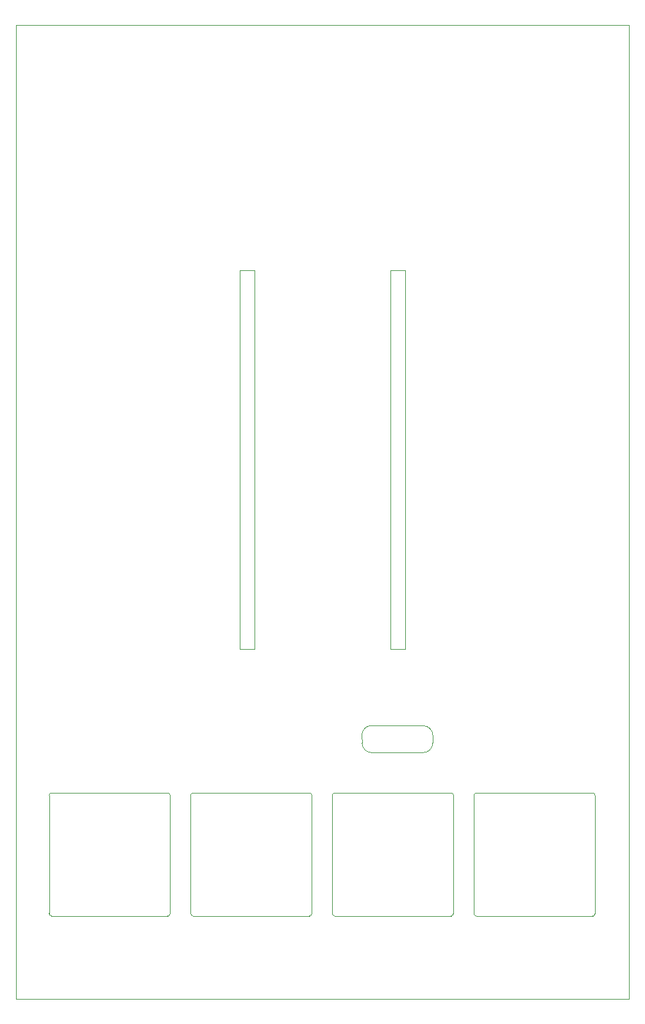
<source format=gbr>
%TF.GenerationSoftware,KiCad,Pcbnew,7.0.7*%
%TF.CreationDate,2023-08-21T16:31:17+01:00*%
%TF.ProjectId,Quango_Panel_3,5175616e-676f-45f5-9061-6e656c5f332e,rev?*%
%TF.SameCoordinates,Original*%
%TF.FileFunction,Profile,NP*%
%FSLAX46Y46*%
G04 Gerber Fmt 4.6, Leading zero omitted, Abs format (unit mm)*
G04 Created by KiCad (PCBNEW 7.0.7) date 2023-08-21 16:31:17*
%MOMM*%
%LPD*%
G01*
G04 APERTURE LIST*
%TA.AperFunction,Profile*%
%ADD10C,0.100000*%
%TD*%
%TA.AperFunction,Profile*%
%ADD11C,0.120000*%
%TD*%
G04 APERTURE END LIST*
D10*
X50000000Y-30000000D02*
X131000000Y-30000000D01*
X131000000Y-158500000D01*
X50000000Y-158500000D01*
X50000000Y-30000000D01*
D11*
%TO.C,REF\u002A\u002A*%
X54400000Y-131600000D02*
X54400000Y-147200000D01*
X70100000Y-131300000D02*
X54700000Y-131300000D01*
X70100000Y-147500000D02*
X54700000Y-147500000D01*
X70400000Y-131600000D02*
X70400000Y-147200000D01*
X54700000Y-131300000D02*
G75*
G03*
X54400000Y-131600000I0J-300000D01*
G01*
X54400000Y-147200000D02*
G75*
G03*
X54700000Y-147500000I300000J0D01*
G01*
X70400000Y-131600000D02*
G75*
G03*
X70100000Y-131300000I-300000J0D01*
G01*
X70100000Y-147500000D02*
G75*
G03*
X70400000Y-147200000I0J300000D01*
G01*
X91800000Y-131600000D02*
X91800000Y-147200000D01*
X107500000Y-131300000D02*
X92100000Y-131300000D01*
X107500000Y-147500000D02*
X92100000Y-147500000D01*
X107800000Y-131600000D02*
X107800000Y-147200000D01*
X92100000Y-131300000D02*
G75*
G03*
X91800000Y-131600000I0J-300000D01*
G01*
X91800000Y-147200000D02*
G75*
G03*
X92100000Y-147500000I300000J0D01*
G01*
X107800000Y-131600000D02*
G75*
G03*
X107500000Y-131300000I-300000J0D01*
G01*
X107500000Y-147500000D02*
G75*
G03*
X107800000Y-147200000I0J300000D01*
G01*
X95700000Y-123700000D02*
X95719239Y-124680761D01*
X97000000Y-122400000D02*
X103780761Y-122419239D01*
X97019239Y-125980761D02*
X103780761Y-125980761D01*
X105080761Y-124680761D02*
X105080761Y-123719239D01*
X97000000Y-122400000D02*
G75*
G03*
X95700000Y-123700000I-1J-1299999D01*
G01*
X95719239Y-124680761D02*
G75*
G03*
X97019239Y-125980761I1299999J-1D01*
G01*
X105080761Y-123719239D02*
G75*
G03*
X103780761Y-122419239I-1300001J-1D01*
G01*
X103780761Y-125980761D02*
G75*
G03*
X105080761Y-124680761I-1J1300001D01*
G01*
X110500000Y-131600000D02*
X110500000Y-147200000D01*
X126200000Y-131300000D02*
X110800000Y-131300000D01*
X126200000Y-147500000D02*
X110800000Y-147500000D01*
X126500000Y-131600000D02*
X126500000Y-147200000D01*
X110800000Y-131300000D02*
G75*
G03*
X110500000Y-131600000I0J-300000D01*
G01*
X110500000Y-147200000D02*
G75*
G03*
X110800000Y-147500000I300000J0D01*
G01*
X126500000Y-131600000D02*
G75*
G03*
X126200000Y-131300000I-300000J0D01*
G01*
X126200000Y-147500000D02*
G75*
G03*
X126500000Y-147200000I0J300000D01*
G01*
%TO.C,Level1*%
X81550000Y-62350000D02*
X79550000Y-62350000D01*
X79550000Y-62350000D02*
X79550000Y-112350000D01*
X79550000Y-112350000D02*
X81550000Y-112350000D01*
X81550000Y-112350000D02*
X81550000Y-62350000D01*
X101450000Y-62350000D02*
X99450000Y-62350000D01*
X99450000Y-62350000D02*
X99450000Y-112350000D01*
X99450000Y-112350000D02*
X101450000Y-112350000D01*
X101450000Y-112350000D02*
X101450000Y-62350000D01*
%TO.C,REF\u002A\u002A*%
X73100000Y-131600000D02*
X73100000Y-147200000D01*
X88800000Y-131300000D02*
X73400000Y-131300000D01*
X88800000Y-147500000D02*
X73400000Y-147500000D01*
X89100000Y-131600000D02*
X89100000Y-147200000D01*
X73400000Y-131300000D02*
G75*
G03*
X73100000Y-131600000I0J-300000D01*
G01*
X73100000Y-147200000D02*
G75*
G03*
X73400000Y-147500000I300000J0D01*
G01*
X89100000Y-131600000D02*
G75*
G03*
X88800000Y-131300000I-300000J0D01*
G01*
X88800000Y-147500000D02*
G75*
G03*
X89100000Y-147200000I0J300000D01*
G01*
%TD*%
M02*

</source>
